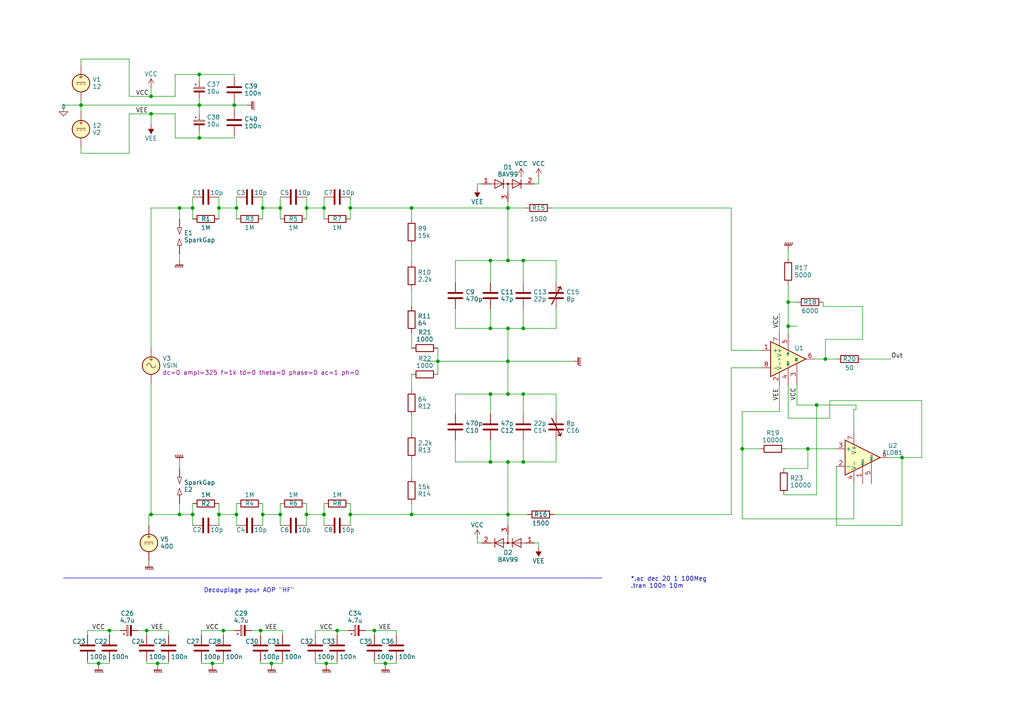
<source format=kicad_sch>
(kicad_sch (version 20230121) (generator eeschema)
  (paper "A4")
  (lib_symbols
    (symbol "Amplifier_Operational:TL081" (pin_names (offset 0.127))
      (property "Reference" "U" (at 0 6.35 0))
      (property "Value" "TL081" (at 0 3.81 0))
      (symbol "TL081_0_1"
        (polyline (pts (xy -5.08 5.08) (xy 5.08 0) (xy -5.08 -5.08) (xy -5.08 5.08)) (stroke (width 0.254)) (fill (type background)))
      )
      (symbol "TL081_1_1"
        (pin input line (at 0 -7.62 90) (length 5.08) (name "NULL") (number "1"))
        (pin input line (at -7.62 -2.54 0) (length 2.54) (name "-") (number "2"))
        (pin input line (at -7.62 2.54 0) (length 2.54) (name "+") (number "3"))
        (pin power_in line (at -2.54 -7.62 90) (length 3.81) (name "V-") (number "4"))
        (pin input line (at 2.54 -7.62 90) (length 6.35) (name "NULL") (number "5"))
        (pin output line (at 7.62 0 180) (length 2.54) (name "~") (number "6"))
        (pin power_in line (at -2.54 7.62 270) (length 3.81) (name "V+") (number "7"))
        (pin no_connect line (at 0 2.54 270) (length 2.54) hide (name "NC") (number "8"))
      )
    )
    (symbol "Device:C" (pin_numbers hide) (pin_names (offset 0.254))
      (property "Reference" "C" (at 0.635 2.54 0))
      (property "Value" "C" (at 0.635 -2.54 0))
      (symbol "C_0_1"
        (polyline (pts (xy -2.032 -0.762) (xy 2.032 -0.762)) (stroke (width 0.508)))
        (polyline (pts (xy -2.032 0.762) (xy 2.032 0.762)) (stroke (width 0.508)))
      )
      (symbol "C_1_1"
        (pin passive line (at 0 3.81 270) (length 2.794) (name "~") (number "1"))
        (pin passive line (at 0 -3.81 90) (length 2.794) (name "~") (number "2"))
      )
    )
    (symbol "Device:C_Polarized_Small" (pin_numbers hide) (pin_names (offset 0.254) hide)
      (property "Reference" "C" (at 0.254 1.778 0))
      (property "Value" "C_Polarized_Small" (at 0.254 -2.032 0))
      (symbol "C_Polarized_Small_0_1"
        (rectangle (start -1.524 -0.3048) (end 1.524 -0.6858) (fill (type outline)))
        (rectangle (start -1.524 0.6858) (end 1.524 0.3048))
        (polyline (pts (xy -1.27 1.524) (xy -0.762 1.524)))
        (polyline (pts (xy -1.016 1.27) (xy -1.016 1.778)))
      )
      (symbol "C_Polarized_Small_1_1"
        (pin passive line (at 0 2.54 270) (length 1.8542) (name "~") (number "1"))
        (pin passive line (at 0 -2.54 90) (length 1.8542) (name "~") (number "2"))
      )
    )
    (symbol "Device:C_Variable" (pin_numbers hide) (pin_names (offset 0.254) hide)
      (property "Reference" "C" (at 0.635 -1.905 0))
      (property "Value" "C_Variable" (at 0.635 -3.81 0))
      (symbol "C_Variable_0_1"
        (polyline (pts (xy -2.032 -0.762) (xy 2.032 -0.762)) (stroke (width 0.508)))
        (polyline (pts (xy -2.032 0.762) (xy 2.032 0.762)) (stroke (width 0.508)))
        (polyline (pts (xy 1.27 2.54) (xy -1.27 -2.54)) (stroke (width 0.3048)))
        (polyline (pts (xy 1.27 2.54) (xy 0.508 2.286)) (stroke (width 0.3048)))
        (polyline (pts (xy 1.27 2.54) (xy 1.524 1.778)) (stroke (width 0.3048)))
      )
      (symbol "C_Variable_1_1"
        (pin passive line (at 0 3.81 270) (length 3.048) (name "~") (number "1"))
        (pin passive line (at 0 -3.81 90) (length 3.048) (name "~") (number "2"))
      )
    )
    (symbol "Device:R" (pin_numbers hide) (pin_names (offset 0))
      (property "Reference" "R" (at 2.032 0 90))
      (property "Value" "R" (at 0 0 90))
      (symbol "R_0_1"
        (rectangle (start -1.016 -2.54) (end 1.016 2.54) (stroke (width 0.254)))
      )
      (symbol "R_1_1"
        (pin passive line (at 0 3.81 270) (length 1.27) (name "~") (number "1"))
        (pin passive line (at 0 -3.81 90) (length 1.27) (name "~") (number "2"))
      )
    )
    (symbol "Device:SparkGap" (pin_numbers hide) (pin_names (offset 0))
      (property "Reference" "E" (at 0 2.032 0))
      (property "Value" "SparkGap" (at 0 -1.905 0))
      (symbol "SparkGap_0_1"
        (polyline (pts (xy -2.54 0.635) (xy -2.54 -0.635) (xy -0.635 0) (xy -2.54 0.635)))
        (polyline (pts (xy 2.54 0.635) (xy 2.54 -0.635) (xy 0.635 0) (xy 2.54 0.635)))
      )
      (symbol "SparkGap_1_1"
        (pin passive line (at -5.08 0 0) (length 2.54) (name "~") (number "1"))
        (pin passive line (at 5.08 0 180) (length 2.54) (name "~") (number "2"))
      )
    )
    (symbol "Diode:BAV99" (pin_names hide)
      (property "Reference" "D" (at 0 5.08 0))
      (property "Value" "BAV99" (at 0 2.54 0))
      (symbol "BAV99_0_1"
        (polyline (pts (xy -5.08 0) (xy 5.08 0)))
      )
      (symbol "BAV99_1_1"
        (polyline (pts (xy 0 0) (xy 0 -2.54)))
        (polyline (pts (xy -1.27 -1.27) (xy -1.27 1.27) (xy -1.27 1.27)) (stroke (width 0.2032)))
        (polyline (pts (xy 3.81 1.27) (xy 3.81 -1.27) (xy 3.81 -1.27)) (stroke (width 0.2032)))
        (polyline (pts (xy -3.81 1.27) (xy -1.27 0) (xy -3.81 -1.27) (xy -3.81 1.27) (xy -3.81 1.27) (xy -3.81 1.27)) (stroke (width 0.2032)))
        (polyline (pts (xy 1.27 1.27) (xy 3.81 0) (xy 1.27 -1.27) (xy 1.27 1.27) (xy 1.27 1.27) (xy 1.27 1.27)) (stroke (width 0.2032)))
        (circle (center 0 0) (radius 0.254) (fill (type outline)))
        (pin passive line (at -7.62 0 0) (length 2.54) (name "K") (number "1"))
        (pin passive line (at 7.62 0 180) (length 2.54) (name "A") (number "2"))
        (pin passive line (at 0 -5.08 90) (length 2.54) (name "K") (number "3"))
      )
    )
    (symbol "Simulation_SPICE:0" (power) (pin_names (offset 0))
      (property "Value" "0" (at 0 -1.778 0))
      (symbol "0_0_1"
        (polyline (pts (xy -1.27 0) (xy 0 -1.27) (xy 1.27 0) (xy -1.27 0)))
      )
      (symbol "0_1_1"
        (pin power_in line (at 0 0 0) (length 0) hide (name "0") (number "1"))
      )
    )
    (symbol "Simulation_SPICE:VDC" (pin_numbers hide) (pin_names (offset 0.0254))
      (property "Reference" "V" (at 2.54 2.54 0))
      (property "Value" "1" (at 2.54 0 0))
      (symbol "VDC_0_0"
        (polyline (pts (xy -1.27 0.254) (xy 1.27 0.254)))
        (polyline (pts (xy -0.762 -0.254) (xy -1.27 -0.254)))
        (polyline (pts (xy 0.254 -0.254) (xy -0.254 -0.254)))
        (polyline (pts (xy 1.27 -0.254) (xy 0.762 -0.254)))
        (text "+" (at 0 1.905 0) (effects (font (size 1.27 1.27))))
      )
      (symbol "VDC_0_1"
        (circle (center 0 0) (radius 2.54) (stroke (width 0.254)) (fill (type background)))
      )
      (symbol "VDC_1_1"
        (pin passive line (at 0 5.08 270) (length 2.54) (name "~") (number "1"))
        (pin passive line (at 0 -5.08 90) (length 2.54) (name "~") (number "2"))
      )
    )
    (symbol "Simulation_SPICE:VSIN" (pin_numbers hide) (pin_names (offset 0.0254))
      (property "Reference" "V" (at 2.54 2.54 0))
      (property "Value" "VSIN" (at 2.54 0 0))
      (property "Sim.Params" "dc=0 ampl=1 f=1k ac=1" (at 2.54 -2.54 0))
      (symbol "VSIN_0_0"
        (arc (start 0 0) (mid -0.635 0.6323) (end -1.27 0))
        (arc (start 0 0) (mid 0.635 -0.6323) (end 1.27 0))
        (text "+" (at 0 1.905 0) (effects (font (size 1.27 1.27))))
      )
      (symbol "VSIN_0_1"
        (circle (center 0 0) (radius 2.54) (stroke (width 0.254)) (fill (type background)))
      )
      (symbol "VSIN_1_1"
        (pin passive line (at 0 5.08 270) (length 2.54) (name "~") (number "1"))
        (pin passive line (at 0 -5.08 90) (length 2.54) (name "~") (number "2"))
      )
    )
    (symbol "Xg_lib_sch_v6:AD8130_29"
      (property "Reference" "U" (at 0 0 0))
      (symbol "AD8130_29_0_1"
        (polyline (pts (xy 7.62 0) (xy -2.54 5.08) (xy -2.54 -5.08) (xy 7.62 0)) (stroke (width 0.254)) (fill (type background)))
      )
      (symbol "AD8130_29_1_1"
        (pin input line (at -5.08 2.54 0) (length 2.54) (name "+") (number "1"))
        (pin power_in line (at 0 -7.62 90) (length 3.81) (name "V-") (number "2"))
        (pin passive line (at 5.08 -7.62 90) (length 6.35) (name "~{PD}") (number "3"))
        (pin passive line (at 2.54 -7.62 90) (length 5.08) (name "REF") (number "4"))
        (pin passive line (at 2.54 7.62 270) (length 5.08) (name "FB") (number "5"))
        (pin output line (at 10.16 0 180) (length 2.54) (name "~") (number "6"))
        (pin power_in line (at 0 7.62 270) (length 3.81) (name "V+") (number "7"))
        (pin input line (at -5.08 -2.54 0) (length 2.54) (name "-") (number "8"))
      )
    )
    (symbol "power:GNDPWR" (power) (pin_names (offset 0))
      (property "Value" "GNDPWR" (at 0 -3.302 0))
      (symbol "GNDPWR_0_1"
        (polyline (pts (xy 0 -1.27) (xy 0 0)))
        (polyline (pts (xy -1.016 -1.27) (xy -1.27 -2.032) (xy -1.27 -2.032)) (stroke (width 0.2032)))
        (polyline (pts (xy -0.508 -1.27) (xy -0.762 -2.032) (xy -0.762 -2.032)) (stroke (width 0.2032)))
        (polyline (pts (xy 0 -1.27) (xy -0.254 -2.032) (xy -0.254 -2.032)) (stroke (width 0.2032)))
        (polyline (pts (xy 0.508 -1.27) (xy 0.254 -2.032) (xy 0.254 -2.032)) (stroke (width 0.2032)))
        (polyline (pts (xy 1.016 -1.27) (xy -1.016 -1.27) (xy -1.016 -1.27)) (stroke (width 0.2032)))
        (polyline (pts (xy 1.016 -1.27) (xy 0.762 -2.032) (xy 0.762 -2.032) (xy 0.762 -2.032)) (stroke (width 0.2032)))
      )
      (symbol "GNDPWR_1_1"
        (pin power_in line (at 0 0 270) (length 0) hide (name "GNDPWR") (number "1"))
      )
    )
    (symbol "power:VCC" (power) (pin_names (offset 0))
      (property "Value" "VCC" (at 0 3.81 0))
      (symbol "VCC_0_1"
        (polyline (pts (xy -0.762 1.27) (xy 0 2.54)))
        (polyline (pts (xy 0 0) (xy 0 2.54)))
        (polyline (pts (xy 0 2.54) (xy 0.762 1.27)))
      )
      (symbol "VCC_1_1"
        (pin power_in line (at 0 0 90) (length 0) hide (name "VCC") (number "1"))
      )
    )
    (symbol "power:VEE" (power) (pin_names (offset 0))
      (property "Value" "VEE" (at 0 3.81 0))
      (symbol "VEE_0_1"
        (polyline (pts (xy 0 0) (xy 0 2.54)))
        (polyline (pts (xy 0.762 1.27) (xy -0.762 1.27) (xy 0 2.54) (xy 0.762 1.27)) (fill (type outline)))
      )
      (symbol "VEE_1_1"
        (pin power_in line (at 0 0 90) (length 0) hide (name "VEE") (number "1"))
      )
    )
  )
  (junction (at 236.855 117.475))
  (junction (at 43.815 33.02))
  (junction (at 261.62 132.715))
  (junction (at 147.32 95.25))
  (junction (at 43.815 149.225))
  (junction (at 151.765 114.3))
  (junction (at 52.07 60.325))
  (junction (at 147.32 60.325))
  (junction (at 67.945 30.48))
  (junction (at 78.74 192.405))
  (junction (at 63.5 149.225))
  (junction (at 68.58 149.225))
  (junction (at 76.2 149.225))
  (junction (at 93.98 149.225))
  (junction (at 147.32 149.225))
  (junction (at 94.615 192.405))
  (junction (at 119.38 60.325))
  (junction (at 228.6 87.63))
  (junction (at 88.9 149.225))
  (junction (at 147.32 114.3))
  (junction (at 111.76 192.405))
  (junction (at 23.495 30.48))
  (junction (at 55.88 149.225))
  (junction (at 142.24 95.25))
  (junction (at 61.595 192.405))
  (junction (at 57.785 21.59))
  (junction (at 101.6 60.325))
  (junction (at 76.2 60.325))
  (junction (at 142.24 75.565))
  (junction (at 63.5 60.325))
  (junction (at 31.75 182.88))
  (junction (at 55.88 60.325))
  (junction (at 57.785 30.48))
  (junction (at 57.785 40.005))
  (junction (at 127 104.775))
  (junction (at 234.315 130.175))
  (junction (at 142.24 133.985))
  (junction (at 52.07 149.225))
  (junction (at 93.98 60.325))
  (junction (at 151.765 75.565))
  (junction (at 45.72 192.405))
  (junction (at 147.32 75.565))
  (junction (at 81.28 60.325))
  (junction (at 151.765 133.985))
  (junction (at 64.77 182.88))
  (junction (at 147.32 104.775))
  (junction (at 151.765 95.25))
  (junction (at 42.545 182.88))
  (junction (at 228.6 94.615))
  (junction (at 239.395 104.14))
  (junction (at 75.565 182.88))
  (junction (at 147.32 133.985))
  (junction (at 28.575 192.405))
  (junction (at 101.6 149.225))
  (junction (at 68.58 60.325))
  (junction (at 43.815 27.94))
  (junction (at 215.265 130.175))
  (junction (at 97.79 182.88))
  (junction (at 81.28 149.225))
  (junction (at 108.585 182.88))
  (junction (at 88.9 60.325))
  (junction (at 142.24 114.3))
  (junction (at 119.38 149.225))
  (wire (pts (xy 132.08 75.565) (xy 142.24 75.565)))
  (wire (pts (xy 228.6 87.63) (xy 231.14 87.63)))
  (wire (pts (xy 234.315 135.89) (xy 234.315 130.175)))
  (wire (pts (xy 43.815 33.02) (xy 43.815 36.195)))
  (wire (pts (xy 48.895 191.77) (xy 48.895 192.405)))
  (wire (pts (xy 132.08 114.3) (xy 142.24 114.3)))
  (wire (pts (xy 215.265 130.175) (xy 215.265 119.38)))
  (wire (pts (xy 215.265 150.495) (xy 247.65 150.495)))
  (wire (pts (xy 68.58 57.15) (xy 68.58 60.325)))
  (wire (pts (xy 247.65 118.745) (xy 248.285 118.745)))
  (wire (pts (xy 81.28 60.325) (xy 81.28 63.5)))
  (wire (pts (xy 52.07 135.89) (xy 52.07 133.985)))
  (wire (pts (xy 151.765 75.565) (xy 161.29 75.565)))
  (wire (pts (xy 228.6 111.76) (xy 228.6 121.285)))
  (wire (pts (xy 28.575 192.405) (xy 25.4 192.405)))
  (wire (pts (xy 240.665 121.285) (xy 240.665 116.205)))
  (wire (pts (xy 228.6 94.615) (xy 231.14 94.615)))
  (wire (pts (xy 151.765 114.3) (xy 161.29 114.3)))
  (wire (pts (xy 212.09 101.6) (xy 220.98 101.6)))
  (wire (pts (xy 119.38 60.325) (xy 147.32 60.325)))
  (wire (pts (xy 97.79 182.88) (xy 97.79 184.15)))
  (wire (pts (xy 212.09 106.68) (xy 212.09 149.225)))
  (wire (pts (xy 250.19 98.425) (xy 239.395 98.425)))
  (wire (pts (xy 42.545 192.405) (xy 45.72 192.405)))
  (wire (pts (xy 42.545 184.15) (xy 42.545 182.88)))
  (wire (pts (xy 101.6 57.15) (xy 101.6 60.325)))
  (wire (pts (xy 119.38 108.585) (xy 119.38 113.03)))
  (wire (pts (xy 119.38 63.5) (xy 119.38 60.325)))
  (wire (pts (xy 238.76 87.63) (xy 238.76 88.9)))
  (wire (pts (xy 240.665 116.205) (xy 267.335 116.205)))
  (wire (pts (xy 58.42 182.88) (xy 64.77 182.88)))
  (wire (pts (xy 156.21 157.48) (xy 156.21 158.75)))
  (wire (pts (xy 108.585 191.77) (xy 108.585 192.405)))
  (wire (pts (xy 52.07 60.325) (xy 55.88 60.325)))
  (wire (pts (xy 61.595 192.405) (xy 61.595 193.04)))
  (wire (pts (xy 48.895 182.88) (xy 48.895 184.15)))
  (wire (pts (xy 147.32 104.775) (xy 147.32 114.3)))
  (wire (pts (xy 154.94 53.34) (xy 156.21 53.34)))
  (wire (pts (xy 127 104.775) (xy 127 108.585)))
  (wire (pts (xy 91.44 184.15) (xy 91.44 182.88)))
  (wire (pts (xy 151.765 75.565) (xy 151.765 81.915)))
  (wire (pts (xy 23.495 17.145) (xy 37.465 17.145)))
  (wire (pts (xy 132.08 133.985) (xy 142.24 133.985)))
  (wire (pts (xy 52.07 149.225) (xy 52.07 146.05)))
  (wire (pts (xy 25.4 182.88) (xy 31.75 182.88)))
  (wire (pts (xy 228.6 72.39) (xy 228.6 74.93)))
  (wire (pts (xy 147.32 149.225) (xy 147.32 152.4)))
  (wire (pts (xy 97.79 182.88) (xy 100.965 182.88)))
  (wire (pts (xy 43.815 111.125) (xy 43.815 149.225)))
  (wire (pts (xy 91.44 182.88) (xy 97.79 182.88)))
  (wire (pts (xy 151.765 89.535) (xy 151.765 95.25)))
  (wire (pts (xy 58.42 192.405) (xy 58.42 191.77)))
  (wire (pts (xy 227.33 135.89) (xy 234.315 135.89)))
  (wire (pts (xy 28.575 192.405) (xy 28.575 193.04)))
  (wire (pts (xy 37.465 33.02) (xy 43.815 33.02)))
  (wire (pts (xy 18.415 30.48) (xy 18.415 32.385)))
  (wire (pts (xy 119.38 125.73) (xy 119.38 120.65)))
  (wire (pts (xy 50.8 33.02) (xy 50.8 40.005)))
  (wire (pts (xy 97.79 192.405) (xy 94.615 192.405)))
  (wire (pts (xy 31.75 192.405) (xy 28.575 192.405)))
  (wire (pts (xy 64.77 192.405) (xy 61.595 192.405)))
  (wire (pts (xy 45.72 192.405) (xy 45.72 193.04)))
  (wire (pts (xy 68.58 149.225) (xy 68.58 146.05)))
  (wire (pts (xy 151.765 133.985) (xy 151.765 127.635)))
  (wire (pts (xy 227.965 130.175) (xy 234.315 130.175)))
  (wire (pts (xy 76.2 152.4) (xy 76.2 149.225)))
  (wire (pts (xy 147.32 95.25) (xy 147.32 104.775)))
  (wire (pts (xy 147.32 114.3) (xy 151.765 114.3)))
  (wire (pts (xy 231.14 111.76) (xy 231.14 117.475)))
  (wire (pts (xy 267.335 116.205) (xy 267.335 132.715)))
  (wire (pts (xy 215.265 150.495) (xy 215.265 130.175)))
  (wire (pts (xy 37.465 17.145) (xy 37.465 27.94)))
  (wire (pts (xy 236.22 104.14) (xy 239.395 104.14)))
  (wire (pts (xy 75.565 182.88) (xy 81.915 182.88)))
  (wire (pts (xy 55.88 152.4) (xy 55.88 149.225)))
  (wire (pts (xy 76.2 60.325) (xy 76.2 63.5)))
  (wire (pts (xy 81.915 191.77) (xy 81.915 192.405)))
  (wire (pts (xy 43.18 163.195) (xy 43.18 162.56)))
  (wire (pts (xy 212.09 60.325) (xy 212.09 101.6)))
  (wire (pts (xy 23.495 29.21) (xy 23.495 30.48)))
  (wire (pts (xy 57.785 21.59) (xy 57.785 23.495)))
  (wire (pts (xy 138.43 156.21) (xy 138.43 157.48)))
  (wire (pts (xy 147.32 133.985) (xy 147.32 149.225)))
  (wire (pts (xy 101.6 60.325) (xy 119.38 60.325)))
  (wire (pts (xy 108.585 182.88) (xy 114.935 182.88)))
  (wire (pts (xy 236.855 117.475) (xy 248.285 117.475)))
  (wire (pts (xy 236.855 143.51) (xy 236.855 117.475)))
  (wire (pts (xy 160.02 60.325) (xy 212.09 60.325)))
  (wire (pts (xy 132.08 120.015) (xy 132.08 114.3)))
  (wire (pts (xy 67.945 30.48) (xy 67.945 31.75)))
  (wire (pts (xy 57.785 40.005) (xy 67.945 40.005)))
  (wire (pts (xy 267.335 132.715) (xy 261.62 132.715)))
  (wire (pts (xy 215.265 119.38) (xy 226.06 119.38)))
  (wire (pts (xy 75.565 191.77) (xy 75.565 192.405)))
  (wire (pts (xy 101.6 152.4) (xy 101.6 149.225)))
  (wire (pts (xy 147.32 60.325) (xy 152.4 60.325)))
  (wire (pts (xy 25.4 192.405) (xy 25.4 191.77)))
  (wire (pts (xy 215.265 130.175) (xy 220.345 130.175)))
  (wire (pts (xy 76.2 60.325) (xy 81.28 60.325)))
  (wire (pts (xy 40.005 182.88) (xy 42.545 182.88)))
  (wire (pts (xy 106.045 182.88) (xy 108.585 182.88)))
  (wire (pts (xy 139.7 53.34) (xy 138.43 53.34)))
  (wire (pts (xy 43.18 149.225) (xy 43.815 149.225)))
  (wire (pts (xy 57.785 30.48) (xy 57.785 33.02)))
  (wire (pts (xy 91.44 192.405) (xy 91.44 191.77)))
  (wire (pts (xy 63.5 60.325) (xy 68.58 60.325)))
  (wire (pts (xy 50.8 40.005) (xy 57.785 40.005)))
  (wire (pts (xy 81.28 57.15) (xy 81.28 60.325)))
  (wire (pts (xy 64.77 191.77) (xy 64.77 192.405)))
  (wire (pts (xy 68.58 152.4) (xy 68.58 149.225)))
  (wire (pts (xy 63.5 60.325) (xy 63.5 63.5)))
  (wire (pts (xy 238.76 88.9) (xy 250.19 88.9)))
  (wire (pts (xy 94.615 192.405) (xy 94.615 193.04)))
  (wire (pts (xy 147.32 133.985) (xy 151.765 133.985)))
  (wire (pts (xy 57.785 38.1) (xy 57.785 40.005)))
  (wire (pts (xy 142.24 75.565) (xy 142.24 81.915)))
  (wire (pts (xy 23.495 19.05) (xy 23.495 17.145)))
  (wire (pts (xy 93.98 149.225) (xy 93.98 146.05)))
  (wire (pts (xy 161.29 114.3) (xy 161.29 120.015)))
  (wire (pts (xy 37.465 44.45) (xy 23.495 44.45)))
  (wire (pts (xy 23.495 44.45) (xy 23.495 42.545)))
  (wire (pts (xy 147.32 104.775) (xy 166.37 104.775)))
  (wire (pts (xy 23.495 30.48) (xy 57.785 30.48)))
  (wire (pts (xy 55.88 57.15) (xy 55.88 60.325)))
  (wire (pts (xy 161.29 133.985) (xy 161.29 127.635)))
  (wire (pts (xy 93.98 57.15) (xy 93.98 60.325)))
  (wire (pts (xy 228.6 82.55) (xy 228.6 87.63)))
  (wire (pts (xy 67.945 40.005) (xy 67.945 39.37)))
  (wire (pts (xy 147.32 60.325) (xy 147.32 75.565)))
  (wire (pts (xy 45.72 192.405) (xy 48.895 192.405)))
  (wire (pts (xy 119.38 149.225) (xy 147.32 149.225)))
  (wire (pts (xy 132.08 95.25) (xy 142.24 95.25)))
  (wire (pts (xy 63.5 57.15) (xy 63.5 60.325)))
  (wire (pts (xy 127 104.775) (xy 147.32 104.775)))
  (wire (pts (xy 67.945 21.59) (xy 67.945 22.225)))
  (wire (pts (xy 93.98 60.325) (xy 93.98 63.5)))
  (wire (pts (xy 151.765 95.25) (xy 161.29 95.25)))
  (wire (pts (xy 151.765 120.015) (xy 151.765 114.3)))
  (wire (pts (xy 43.18 152.4) (xy 43.18 149.225)))
  (wire (pts (xy 127 100.965) (xy 127 104.775)))
  (wire (pts (xy 18.415 30.48) (xy 23.495 30.48)))
  (wire (pts (xy 132.08 127.635) (xy 132.08 133.985)))
  (wire (pts (xy 101.6 60.325) (xy 101.6 63.5)))
  (wire (pts (xy 101.6 149.225) (xy 101.6 146.05)))
  (wire (pts (xy 43.815 100.965) (xy 43.815 60.325)))
  (wire (pts (xy 76.2 149.225) (xy 76.2 146.05)))
  (wire (pts (xy 31.75 191.77) (xy 31.75 192.405)))
  (wire (pts (xy 153.035 149.225) (xy 147.32 149.225)))
  (wire (pts (xy 63.5 152.4) (xy 63.5 149.225)))
  (wire (pts (xy 37.465 27.94) (xy 43.815 27.94)))
  (wire (pts (xy 231.14 117.475) (xy 236.855 117.475)))
  (wire (pts (xy 108.585 192.405) (xy 111.76 192.405)))
  (wire (pts (xy 234.315 130.175) (xy 242.57 130.175)))
  (wire (pts (xy 64.77 182.88) (xy 64.77 184.15)))
  (wire (pts (xy 57.785 30.48) (xy 67.945 30.48)))
  (wire (pts (xy 52.07 73.66) (xy 52.07 75.565)))
  (wire (pts (xy 75.565 184.15) (xy 75.565 182.88)))
  (wire (pts (xy 88.9 149.225) (xy 93.98 149.225)))
  (wire (pts (xy 43.815 149.225) (xy 52.07 149.225)))
  (wire (pts (xy 52.07 60.325) (xy 52.07 63.5)))
  (wire (pts (xy 132.08 81.915) (xy 132.08 75.565)))
  (wire (pts (xy 31.75 182.88) (xy 31.75 184.15)))
  (wire (pts (xy 147.32 75.565) (xy 151.765 75.565)))
  (wire (pts (xy 228.6 87.63) (xy 228.6 94.615)))
  (wire (pts (xy 43.815 25.4) (xy 43.815 27.94)))
  (wire (pts (xy 226.06 90.805) (xy 226.06 96.52)))
  (wire (pts (xy 151.765 133.985) (xy 161.29 133.985)))
  (wire (pts (xy 220.98 106.68) (xy 212.09 106.68)))
  (wire (pts (xy 88.9 57.15) (xy 88.9 60.325)))
  (wire (pts (xy 81.28 152.4) (xy 81.28 149.225)))
  (wire (pts (xy 64.77 182.88) (xy 67.945 182.88)))
  (wire (pts (xy 142.24 95.25) (xy 147.32 95.25)))
  (wire (pts (xy 88.9 60.325) (xy 93.98 60.325)))
  (wire (pts (xy 248.285 117.475) (xy 248.285 118.745)))
  (wire (pts (xy 142.24 114.3) (xy 147.32 114.3)))
  (wire (pts (xy 63.5 149.225) (xy 68.58 149.225)))
  (wire (pts (xy 23.495 30.48) (xy 23.495 32.385)))
  (wire (pts (xy 142.24 89.535) (xy 142.24 95.25)))
  (wire (pts (xy 52.07 149.225) (xy 55.88 149.225)))
  (wire (pts (xy 73.025 182.88) (xy 75.565 182.88)))
  (wire (pts (xy 250.19 104.14) (xy 258.445 104.14)))
  (wire (pts (xy 76.2 149.225) (xy 81.28 149.225)))
  (wire (pts (xy 138.43 157.48) (xy 139.7 157.48)))
  (wire (pts (xy 75.565 192.405) (xy 78.74 192.405)))
  (wire (pts (xy 228.6 94.615) (xy 228.6 96.52)))
  (wire (pts (xy 227.33 143.51) (xy 236.855 143.51)))
  (wire (pts (xy 101.6 149.225) (xy 119.38 149.225)))
  (wire (pts (xy 50.8 27.94) (xy 50.8 21.59)))
  (wire (pts (xy 247.65 140.335) (xy 247.65 150.495)))
  (wire (pts (xy 119.38 83.82) (xy 119.38 88.9)))
  (wire (pts (xy 114.935 182.88) (xy 114.935 184.15)))
  (wire (pts (xy 228.6 121.285) (xy 240.665 121.285)))
  (wire (pts (xy 43.815 33.02) (xy 50.8 33.02)))
  (wire (pts (xy 57.785 21.59) (xy 67.945 21.59)))
  (wire (pts (xy 43.815 27.94) (xy 50.8 27.94)))
  (wire (pts (xy 55.88 60.325) (xy 55.88 63.5)))
  (wire (pts (xy 142.24 75.565) (xy 147.32 75.565)))
  (wire (pts (xy 67.945 30.48) (xy 71.755 30.48)))
  (wire (pts (xy 123.19 104.775) (xy 127 104.775)))
  (wire (pts (xy 78.74 192.405) (xy 81.915 192.405)))
  (wire (pts (xy 142.24 133.985) (xy 147.32 133.985)))
  (wire (pts (xy 37.465 33.02) (xy 37.465 44.45)))
  (wire (pts (xy 161.29 95.25) (xy 161.29 89.535)))
  (wire (pts (xy 78.74 192.405) (xy 78.74 193.04)))
  (wire (pts (xy 25.4 184.15) (xy 25.4 182.88)))
  (wire (pts (xy 111.76 192.405) (xy 114.935 192.405)))
  (wire (pts (xy 31.75 182.88) (xy 34.925 182.88)))
  (wire (pts (xy 226.06 111.76) (xy 226.06 119.38)))
  (wire (pts (xy 242.57 135.255) (xy 242.57 152.4)))
  (wire (pts (xy 242.57 152.4) (xy 261.62 152.4)))
  (wire (pts (xy 93.98 152.4) (xy 93.98 149.225)))
  (wire (pts (xy 42.545 191.77) (xy 42.545 192.405)))
  (wire (pts (xy 142.24 133.985) (xy 142.24 127.635)))
  (wire (pts (xy 239.395 104.14) (xy 242.57 104.14)))
  (wire (pts (xy 132.08 89.535) (xy 132.08 95.25)))
  (wire (pts (xy 88.9 152.4) (xy 88.9 149.225)))
  (wire (pts (xy 119.38 96.52) (xy 119.38 100.965)))
  (wire (pts (xy 111.76 192.405) (xy 111.76 193.04)))
  (wire (pts (xy 81.915 182.88) (xy 81.915 184.15)))
  (wire (pts (xy 94.615 192.405) (xy 91.44 192.405)))
  (wire (pts (xy 138.43 53.34) (xy 138.43 54.61)))
  (polyline (pts (xy 18.415 167.64) (xy 174.625 167.64)))
  (wire (pts (xy 147.32 95.25) (xy 151.765 95.25)))
  (wire (pts (xy 43.815 60.325) (xy 52.07 60.325)))
  (wire (pts (xy 67.945 29.845) (xy 67.945 30.48)))
  (wire (pts (xy 42.545 182.88) (xy 48.895 182.88)))
  (wire (pts (xy 114.935 191.77) (xy 114.935 192.405)))
  (wire (pts (xy 142.24 120.015) (xy 142.24 114.3)))
  (wire (pts (xy 156.21 51.435) (xy 156.21 53.34)))
  (wire (pts (xy 63.5 149.225) (xy 63.5 146.05)))
  (wire (pts (xy 55.88 149.225) (xy 55.88 146.05)))
  (wire (pts (xy 58.42 184.15) (xy 58.42 182.88)))
  (wire (pts (xy 88.9 149.225) (xy 88.9 146.05)))
  (wire (pts (xy 161.29 75.565) (xy 161.29 81.915)))
  (wire (pts (xy 68.58 60.325) (xy 68.58 63.5)))
  (wire (pts (xy 119.38 146.05) (xy 119.38 149.225)))
  (wire (pts (xy 247.65 125.095) (xy 247.65 118.745)))
  (wire (pts (xy 154.94 157.48) (xy 156.21 157.48)))
  (wire (pts (xy 160.655 149.225) (xy 212.09 149.225)))
  (wire (pts (xy 261.62 152.4) (xy 261.62 132.715)))
  (wire (pts (xy 57.785 28.575) (xy 57.785 30.48)))
  (wire (pts (xy 250.19 88.9) (xy 250.19 98.425)))
  (wire (pts (xy 50.8 21.59) (xy 57.785 21.59)))
  (wire (pts (xy 147.32 58.42) (xy 147.32 60.325)))
  (wire (pts (xy 239.395 98.425) (xy 239.395 104.14)))
  (wire (pts (xy 119.38 71.12) (xy 119.38 76.2)))
  (wire (pts (xy 61.595 192.405) (xy 58.42 192.405)))
  (wire (pts (xy 119.38 138.43) (xy 119.38 133.35)))
  (wire (pts (xy 81.28 149.225) (xy 81.28 146.05)))
  (wire (pts (xy 261.62 132.715) (xy 257.81 132.715)))
  (wire (pts (xy 76.2 57.15) (xy 76.2 60.325)))
  (wire (pts (xy 97.79 191.77) (xy 97.79 192.405)))
  (wire (pts (xy 88.9 60.325) (xy 88.9 63.5)))
  (wire (pts (xy 108.585 184.15) (xy 108.585 182.88)))
  (text "Decouplage pour AOP \"HF\"" (at 59.055 172.085 0) (effects (font (size 1.27 1.27)) (justify left bottom)))
  (text "*.ac dec 20 1 100Meg\n.tran 100n 10m" (at 182.88 170.815 0) (effects (font (size 1.27 1.27)) (justify left bottom)))
  (label "VCC" (at 26.67 182.88 0))
  (label "Out" (at 258.445 104.14 0))
  (label "VEE" (at 39.37 33.02 0))
  (label "VCC" (at 39.37 27.94 0))
  (label "VEE" (at 226.06 116.205 90))
  (label "VEE" (at 76.835 182.88 0))
  (label "VCC" (at 59.69 182.88 0))
  (label "VCC" (at 231.14 116.205 90))
  (label "VCC" (at 226.06 95.25 90))
  (label "VCC" (at 92.71 182.88 0))
  (label "VEE" (at 43.815 182.88 0))
  (label "VEE" (at 109.855 182.88 0))
  (symbol (lib_id "Device:C") (at 85.09 152.4 90) (mirror x) (unit 1)
    (property "Reference" "C6" (at 82.55 153.67 90))
    (property "Value" "10p" (at 88.265 153.67 90))
    (property "Footprint" "Capacitor_THT:C_Disc_D7.5mm_W5.0mm_P10.00mm" (effects hide))
  )
  (symbol (lib_id "Diode:BAV99") (at 147.32 53.34 0) (unit 1)
    (property "Reference" "D1" (at 147.32 48.5154 0))
    (property "Value" "BAV99" (at 147.32 50.5634 0))
    (property "Footprint" "Package_TO_SOT_SMD:SOT-23" (effects hide))
    (property "Datasheet" "https://assets.nexperia.com/documents/data-sheet/BAV99_SER.pdf" (effects hide))
    (property "Sim.Enable" "0" (effects hide))
  )
  (symbol (lib_id "Device:C") (at 91.44 187.96 0) (unit 1)
    (property "Reference" "C32" (at 86.995 186.055 0) (effects (justify left)))
    (property "Value" "100p" (at 92.075 190.5 0) (effects (justify left)))
  )
  (symbol (lib_id "Device:R") (at 59.69 146.05 90) (mirror x) (unit 1)
    (property "Reference" "R2" (at 59.69 146.05 90))
    (property "Value" "1M" (at 59.69 143.51 90))
    (property "Footprint" "Resistor_THT:R_Axial_DIN0207_L6.3mm_D2.5mm_P10.16mm_Horizontal" (effects hide))
  )
  (symbol (lib_id "Device:C") (at 31.75 187.96 0) (unit 1)
    (property "Reference" "C22" (at 27.305 186.055 0) (effects (justify left)))
    (property "Value" "100n" (at 32.385 190.5 0) (effects (justify left)))
  )
  (symbol (lib_id "Device:C") (at 25.4 187.96 0) (unit 1)
    (property "Reference" "C23" (at 20.955 186.055 0) (effects (justify left)))
    (property "Value" "100p" (at 26.035 190.5 0) (effects (justify left)))
  )
  (symbol (lib_id "power:GNDPWR") (at 45.72 193.04 0) (mirror y) (unit 1)
    (property "Reference" "#PWR014" (effects hide))
    (property "Value" "GNDPWR" (effects hide))
  )
  (symbol (lib_id "Device:C_Polarized_Small") (at 37.465 182.88 90) (unit 1)
    (property "Reference" "C26" (at 36.9189 177.903 90))
    (property "Value" "4.7u" (at 36.9189 179.951 90))
  )
  (symbol (lib_id "Device:C") (at 108.585 187.96 0) (unit 1)
    (property "Reference" "C35" (at 104.14 186.055 0) (effects (justify left)))
    (property "Value" "100p" (at 109.22 190.5 0) (effects (justify left)))
  )
  (symbol (lib_id "Device:C") (at 72.39 152.4 90) (mirror x) (unit 1)
    (property "Reference" "C4" (at 69.85 153.67 90))
    (property "Value" "10p" (at 75.565 153.67 90))
    (property "Footprint" "Capacitor_THT:C_Disc_D7.5mm_W5.0mm_P10.00mm" (effects hide))
  )
  (symbol (lib_id "Device:R") (at 72.39 63.5 90) (unit 1)
    (property "Reference" "R3" (at 72.39 63.5 90))
    (property "Value" "1M" (at 72.39 66.04 90))
    (property "Footprint" "Resistor_THT:R_Axial_DIN0207_L6.3mm_D2.5mm_P10.16mm_Horizontal" (effects hide))
  )
  (symbol (lib_id "Device:R") (at 85.09 63.5 90) (unit 1)
    (property "Reference" "R5" (at 85.09 63.5 90))
    (property "Value" "1M" (at 85.09 66.04 90))
    (property "Footprint" "Resistor_THT:R_Axial_DIN0207_L6.3mm_D2.5mm_P10.16mm_Horizontal" (effects hide))
  )
  (symbol (lib_id "Device:R") (at 246.38 104.14 90) (unit 1)
    (property "Reference" "R20" (at 246.38 104.14 90))
    (property "Value" "50" (at 246.38 106.68 90))
    (property "Footprint" "Resistor_THT:R_Axial_DIN0207_L6.3mm_D2.5mm_P10.16mm_Horizontal" (effects hide))
  )
  (symbol (lib_id "Device:C_Polarized_Small") (at 57.785 35.56 0) (unit 1)
    (property "Reference" "C38" (at 59.944 33.9899 0) (effects (justify left)))
    (property "Value" "10u" (at 59.944 36.0379 0) (effects (justify left)))
  )
  (symbol (lib_id "Device:R") (at 228.6 78.74 0) (unit 1)
    (property "Reference" "R17" (at 230.378 77.716 0) (effects (justify left)))
    (property "Value" "5000" (at 230.378 79.764 0) (effects (justify left)))
    (property "Footprint" "Resistor_THT:R_Axial_DIN0207_L6.3mm_D2.5mm_P10.16mm_Horizontal" (effects hide))
  )
  (symbol (lib_id "Simulation_SPICE:0") (at 18.415 32.385 0) (unit 1)
    (property "Reference" "#GND01" (effects hide))
    (property "Value" "0" (at 18.415 30.98 0))
  )
  (symbol (lib_id "Device:SparkGap") (at 52.07 140.97 90) (mirror x) (unit 1)
    (property "Reference" "E2" (at 53.34 141.994 90) (effects (justify right)))
    (property "Value" "SparkGap" (at 53.34 139.946 90) (effects (justify right)))
    (property "Footprint" "Xg_lib_pcb:Spark_gap_1200" (effects hide))
    (property "Sim.Enable" "0" (effects hide))
  )
  (symbol (lib_id "Device:C") (at 48.895 187.96 0) (unit 1)
    (property "Reference" "C25" (at 44.45 186.055 0) (effects (justify left)))
    (property "Value" "100n" (at 49.53 190.5 0) (effects (justify left)))
  )
  (symbol (lib_id "Simulation_SPICE:VDC") (at 23.495 37.465 0) (mirror y) (unit 1)
    (property "Reference" "V2" (at 26.797 38.4533 0) (effects (justify right)))
    (property "Value" "12" (at 26.797 36.4053 0) (effects (justify right)))
    (property "Sim.Pins" "1=+ 2=-" (effects hide))
    (property "Sim.Type" "DC" (effects hide))
    (property "Sim.Device" "V" (effects hide))
  )
  (symbol (lib_id "power:GNDPWR") (at 111.76 193.04 0) (mirror y) (unit 1)
    (property "Reference" "#PWR018" (effects hide))
    (property "Value" "GNDPWR" (effects hide))
  )
  (symbol (lib_id "Device:C") (at 151.765 123.825 0) (mirror x) (unit 1)
    (property "Reference" "C14" (at 154.686 124.849 0) (effects (justify left)))
    (property "Value" "22p" (at 154.686 122.801 0) (effects (justify left)))
    (property "Footprint" "Capacitor_THT:C_Disc_D7.5mm_W5.0mm_P10.00mm" (effects hide))
  )
  (symbol (lib_id "Device:C") (at 142.24 85.725 0) (unit 1)
    (property "Reference" "C11" (at 145.161 84.701 0) (effects (justify left)))
    (property "Value" "47p" (at 145.161 86.749 0) (effects (justify left)))
    (property "Footprint" "Capacitor_THT:C_Disc_D7.5mm_W5.0mm_P10.00mm" (effects hide))
  )
  (symbol (lib_id "Device:C") (at 85.09 57.15 90) (unit 1)
    (property "Reference" "C5" (at 82.55 55.88 90))
    (property "Value" "10p" (at 88.265 55.88 90))
    (property "Footprint" "Capacitor_THT:C_Disc_D7.5mm_W5.0mm_P10.00mm" (effects hide))
  )
  (symbol (lib_id "Device:C") (at 72.39 57.15 90) (unit 1)
    (property "Reference" "C3" (at 69.85 55.88 90))
    (property "Value" "10p" (at 75.565 55.88 90))
    (property "Footprint" "Capacitor_THT:C_Disc_D7.5mm_W5.0mm_P10.00mm" (effects hide))
  )
  (symbol (lib_id "Simulation_SPICE:VDC") (at 43.18 157.48 0) (unit 1)
    (property "Reference" "V5" (at 46.482 156.4202 0) (effects (justify left)))
    (property "Value" "400" (at 46.482 158.4682 0) (effects (justify left)))
    (property "Sim.Pins" "1=+ 2=-" (effects hide))
    (property "Sim.Type" "SIN" (effects hide))
    (property "Sim.Device" "V" (effects hide))
    (property "Sim.Params" "dc=200 ampl=0 f=1000" (effects hide))
  )
  (symbol (lib_id "Device:C") (at 64.77 187.96 0) (unit 1)
    (property "Reference" "C28" (at 60.325 186.055 0) (effects (justify left)))
    (property "Value" "100n" (at 65.405 190.5 0) (effects (justify left)))
  )
  (symbol (lib_id "Device:R") (at 97.79 146.05 90) (mirror x) (unit 1)
    (property "Reference" "R8" (at 97.79 146.05 90))
    (property "Value" "1M" (at 97.79 143.51 90))
    (property "Footprint" "Resistor_THT:R_Axial_DIN0207_L6.3mm_D2.5mm_P10.16mm_Horizontal" (effects hide))
  )
  (symbol (lib_id "Amplifier_Operational:TL081") (at 250.19 132.715 0) (unit 1)
    (property "Reference" "U2" (at 258.9156 129.2621 0))
    (property "Value" "TL081" (at 258.9156 131.3101 0))
    (property "Datasheet" "http://www.ti.com/lit/ds/symlink/tl081.pdf" (effects hide))
    (property "Sim.Library" "/home/xgaltier/CAO/Spice/TL081.spice" (effects hide))
    (property "Sim.Name" "TL081" (effects hide))
    (property "Sim.Device" "SUBCKT" (effects hide))
    (property "Sim.Pins" "2=2 3=1 4=4 6=5 7=3" (effects hide))
  )
  (symbol (lib_id "Device:R") (at 224.155 130.175 90) (unit 1)
    (property "Reference" "R19" (at 224.155 125.579 90))
    (property "Value" "10000" (at 224.155 127.627 90))
  )
  (symbol (lib_id "Device:C") (at 59.69 152.4 90) (mirror x) (unit 1)
    (property "Reference" "C2" (at 57.15 153.67 90))
    (property "Value" "10p" (at 62.865 153.67 90))
    (property "Footprint" "Capacitor_THT:C_Disc_D7.5mm_W5.0mm_P10.00mm" (effects hide))
  )
  (symbol (lib_id "Device:R") (at 119.38 92.71 0) (unit 1)
    (property "Reference" "R11" (at 121.158 91.686 0) (effects (justify left)))
    (property "Value" "64" (at 121.158 93.734 0) (effects (justify left)))
    (property "Footprint" "Resistor_THT:R_Axial_DIN0207_L6.3mm_D2.5mm_P10.16mm_Horizontal" (effects hide))
  )
  (symbol (lib_id "Device:C") (at 59.69 57.15 90) (unit 1)
    (property "Reference" "C1" (at 57.15 55.88 90))
    (property "Value" "10p" (at 62.865 55.88 90))
    (property "Footprint" "Capacitor_THT:C_Disc_D7.5mm_W5.0mm_P10.00mm" (effects hide))
  )
  (symbol (lib_id "Device:C") (at 142.24 123.825 0) (mirror x) (unit 1)
    (property "Reference" "C12" (at 145.161 124.849 0) (effects (justify left)))
    (property "Value" "47p" (at 145.161 122.801 0) (effects (justify left)))
    (property "Footprint" "Capacitor_THT:C_Disc_D7.5mm_W5.0mm_P10.00mm" (effects hide))
  )
  (symbol (lib_id "Device:SparkGap") (at 52.07 68.58 90) (unit 1)
    (property "Reference" "E1" (at 53.34 67.556 90) (effects (justify right)))
    (property "Value" "SparkGap" (at 53.34 69.604 90) (effects (justify right)))
    (property "Footprint" "Xg_lib_pcb:Spark_gap_1200" (effects hide))
    (property "Sim.Enable" "0" (effects hide))
  )
  (symbol (lib_id "power:GNDPWR") (at 52.07 75.565 0) (unit 1)
    (property "Reference" "#PWR01" (effects hide))
    (property "Value" "GNDPWR" (effects hide))
  )
  (symbol (lib_id "Device:C_Variable") (at 161.29 123.825 0) (mirror x) (unit 1)
    (property "Reference" "C16" (at 164.211 124.849 0) (effects (justify left)))
    (property "Value" "8p" (at 164.211 122.801 0) (effects (justify left)))
    (property "Footprint" "Potentiometer_THT:Potentiometer_ACP_CA9-H2,5_Horizontal" (effects hide))
  )
  (symbol (lib_id "power:GNDPWR") (at 78.74 193.04 0) (mirror y) (unit 1)
    (property "Reference" "#PWR016" (effects hide))
    (property "Value" "GNDPWR" (effects hide))
  )
  (symbol (lib_id "Simulation_SPICE:VDC") (at 23.495 24.13 0) (unit 1)
    (property "Reference" "V1" (at 26.797 23.0702 0) (effects (justify left)))
    (property "Value" "12" (at 26.797 25.1182 0) (effects (justify left)))
    (property "Sim.Pins" "1=+ 2=-" (effects hide))
    (property "Sim.Type" "DC" (effects hide))
    (property "Sim.Device" "V" (effects hide))
  )
  (symbol (lib_id "Device:C_Polarized_Small") (at 103.505 182.88 90) (unit 1)
    (property "Reference" "C34" (at 102.9589 177.903 90))
    (property "Value" "4.7u" (at 102.9589 179.951 90))
  )
  (symbol (lib_id "Device:C") (at 132.08 85.725 0) (unit 1)
    (property "Reference" "C9" (at 135.001 84.701 0) (effects (justify left)))
    (property "Value" "470p" (at 135.001 86.749 0) (effects (justify left)))
    (property "Footprint" "Capacitor_THT:C_Disc_D7.5mm_W5.0mm_P7.50mm" (effects hide))
  )
  (symbol (lib_id "Device:C") (at 97.79 57.15 90) (unit 1)
    (property "Reference" "C7" (at 95.25 55.88 90))
    (property "Value" "10p" (at 100.965 55.88 90))
    (property "Footprint" "Capacitor_THT:C_Disc_D7.5mm_W5.0mm_P10.00mm" (effects hide))
  )
  (symbol (lib_id "power:GNDPWR") (at 28.575 193.04 0) (mirror y) (unit 1)
    (property "Reference" "#PWR013" (effects hide))
    (property "Value" "GNDPWR" (effects hide))
  )
  (symbol (lib_id "power:VCC") (at 138.43 156.21 0) (unit 1)
    (property "Reference" "#PWR07" (effects hide))
    (property "Value" "VCC" (at 138.43 152.265 0))
  )
  (symbol (lib_id "Device:C_Variable") (at 161.29 85.725 0) (unit 1)
    (property "Reference" "C15" (at 164.211 84.701 0) (effects (justify left)))
    (property "Value" "8p" (at 164.211 86.749 0) (effects (justify left)))
    (property "Footprint" "Potentiometer_THT:Potentiometer_ACP_CA9-H2,5_Horizontal" (effects hide))
  )
  (symbol (lib_id "power:GNDPWR") (at 52.07 133.985 0) (mirror x) (unit 1)
    (property "Reference" "#PWR02" (effects hide))
    (property "Value" "GNDPWR" (effects hide))
  )
  (symbol (lib_id "power:VEE") (at 43.815 36.195 180) (unit 1)
    (property "Reference" "#PWR06" (effects hide))
    (property "Value" "VEE" (at 43.815 40.14 0))
  )
  (symbol (lib_id "Device:R") (at 234.95 87.63 90) (unit 1)
    (property "Reference" "R18" (at 234.95 87.63 90))
    (property "Value" "6000" (at 234.95 90.17 90))
    (property "Footprint" "Resistor_THT:R_Axial_DIN0207_L6.3mm_D2.5mm_P10.16mm_Horizontal" (effects hide))
  )
  (symbol (lib_id "power:GNDPWR") (at 61.595 193.04 0) (mirror y) (unit 1)
    (property "Reference" "#PWR015" (effects hide))
    (property "Value" "GNDPWR" (effects hide))
  )
  (symbol (lib_id "power:VCC") (at 156.21 51.435 0) (unit 1)
    (property "Reference" "#PWR08" (effects hide))
    (property "Value" "VCC" (at 156.21 47.49 0))
  )
  (symbol (lib_id "Device:R") (at 156.845 149.225 90) (unit 1)
    (property "Reference" "R16" (at 156.845 149.225 90))
    (property "Value" "1500" (at 156.845 151.765 90))
    (property "Footprint" "Resistor_THT:R_Axial_DIN0207_L6.3mm_D2.5mm_P10.16mm_Horizontal" (effects hide))
  )
  (symbol (lib_id "Device:C") (at 42.545 187.96 0) (unit 1)
    (property "Reference" "C24" (at 38.1 186.055 0) (effects (justify left)))
    (property "Value" "100p" (at 43.18 190.5 0) (effects (justify left)))
  )
  (symbol (lib_id "Device:R") (at 119.38 67.31 0) (unit 1)
    (property "Reference" "R9" (at 121.158 66.286 0) (effects (justify left)))
    (property "Value" "15k" (at 121.158 68.334 0) (effects (justify left)))
    (property "Footprint" "Resistor_THT:R_Axial_DIN0207_L6.3mm_D2.5mm_P10.16mm_Horizontal" (effects hide))
  )
  (symbol (lib_id "power:GNDPWR") (at 94.615 193.04 0) (mirror y) (unit 1)
    (property "Reference" "#PWR017" (effects hide))
    (property "Value" "GNDPWR" (effects hide))
  )
  (symbol (lib_id "Device:C") (at 132.08 123.825 0) (mirror x) (unit 1)
    (property "Reference" "C10" (at 135.001 124.849 0) (effects (justify left)))
    (property "Value" "470p" (at 135.001 122.801 0) (effects (justify left)))
    (property "Footprint" "Capacitor_THT:C_Disc_D7.5mm_W5.0mm_P7.50mm" (effects hide))
  )
  (symbol (lib_id "Device:R") (at 119.38 142.24 0) (mirror x) (unit 1)
    (property "Reference" "R14" (at 121.158 143.264 0) (effects (justify left)))
    (property "Value" "15k" (at 121.158 141.216 0) (effects (justify left)))
    (property "Footprint" "Resistor_THT:R_Axial_DIN0207_L6.3mm_D2.5mm_P10.16mm_Horizontal" (effects hide))
  )
  (symbol (lib_id "Device:R") (at 123.19 100.965 90) (unit 1)
    (property "Reference" "R21" (at 123.19 96.369 90))
    (property "Value" "1000" (at 123.19 98.417 90))
  )
  (symbol (lib_id "Device:C") (at 114.935 187.96 0) (unit 1)
    (property "Reference" "C36" (at 110.49 186.055 0) (effects (justify left)))
    (property "Value" "100n" (at 115.57 190.5 0) (effects (justify left)))
  )
  (symbol (lib_id "power:GNDPWR") (at 71.755 30.48 90) (unit 1)
    (property "Reference" "#PWR04" (effects hide))
    (property "Value" "GNDPWR" (effects hide))
  )
  (symbol (lib_id "Device:R") (at 97.79 63.5 90) (unit 1)
    (property "Reference" "R7" (at 97.79 63.5 90))
    (property "Value" "1M" (at 97.79 66.04 90))
    (property "Footprint" "Resistor_THT:R_Axial_DIN0207_L6.3mm_D2.5mm_P10.16mm_Horizontal" (effects hide))
  )
  (symbol (lib_id "Simulation_SPICE:VSIN") (at 43.815 106.045 0) (unit 1)
    (property "Reference" "V3" (at 47.117 103.9612 0) (effects (justify left)))
    (property "Value" "VSIN" (at 47.117 106.0092 0) (effects (justify left)))
    (property "Sim.Pins" "1=+ 2=-" (effects hide))
    (property "Sim.Params" "dc=0 ampl=325 f=1k td=0 theta=0 phase=0 ac=1 ph=0" (at 47.117 108.0572 0) (effects (justify left)))
    (property "Sim.Type" "SIN" (effects hide))
    (property "Sim.Device" "V" (effects hide))
  )
  (symbol (lib_id "Device:R") (at 119.38 129.54 0) (mirror x) (unit 1)
    (property "Reference" "R13" (at 121.158 130.564 0) (effects (justify left)))
    (property "Value" "2.2k" (at 121.158 128.516 0) (effects (justify left)))
    (property "Footprint" "Resistor_THT:R_Axial_DIN0207_L6.3mm_D2.5mm_P10.16mm_Horizontal" (effects hide))
  )
  (symbol (lib_id "Device:C") (at 81.915 187.96 0) (unit 1)
    (property "Reference" "C31" (at 77.47 186.055 0) (effects (justify left)))
    (property "Value" "100n" (at 82.55 190.5 0) (effects (justify left)))
  )
  (symbol (lib_id "Device:C") (at 97.79 152.4 90) (mirror x) (unit 1)
    (property "Reference" "C8" (at 95.25 153.67 90))
    (property "Value" "10p" (at 100.965 153.67 90))
    (property "Footprint" "Capacitor_THT:C_Disc_D7.5mm_W5.0mm_P10.00mm" (effects hide))
  )
  (symbol (lib_id "Device:R") (at 72.39 146.05 90) (mirror x) (unit 1)
    (property "Reference" "R4" (at 72.39 146.05 90))
    (property "Value" "1M" (at 72.39 143.51 90))
    (property "Footprint" "Resistor_THT:R_Axial_DIN0207_L6.3mm_D2.5mm_P10.16mm_Horizontal" (effects hide))
  )
  (symbol (lib_id "Device:C_Polarized_Small") (at 70.485 182.88 90) (unit 1)
    (property "Reference" "C29" (at 69.9389 177.903 90))
    (property "Value" "4.7u" (at 69.9389 179.951 90))
  )
  (symbol (lib_id "power:VCC") (at 43.815 25.4 0) (unit 1)
    (property "Reference" "#PWR05" (effects hide))
    (property "Value" "VCC" (at 43.815 21.455 0))
  )
  (symbol (lib_id "Device:C") (at 151.765 85.725 0) (unit 1)
    (property "Reference" "C13" (at 154.686 84.701 0) (effects (justify left)))
    (property "Value" "22p" (at 154.686 86.749 0) (effects (justify left)))
    (property "Footprint" "Capacitor_THT:C_Disc_D7.5mm_W5.0mm_P10.00mm" (effects hide))
  )
  (symbol (lib_id "Device:C") (at 67.945 35.56 0) (unit 1)
    (property "Reference" "C40" (at 70.866 34.536 0) (effects (justify left)))
    (property "Value" "100n" (at 70.866 36.584 0) (effects (justify left)))
  )
  (symbol (lib_id "Device:R") (at 119.38 116.84 0) (mirror x) (unit 1)
    (property "Reference" "R12" (at 121.158 117.864 0) (effects (justify left)))
    (property "Value" "64" (at 121.158 115.816 0) (effects (justify left)))
    (property "Footprint" "Resistor_THT:R_Axial_DIN0207_L6.3mm_D2.5mm_P10.16mm_Horizontal" (effects hide))
  )
  (symbol (lib_id "power:GNDPWR") (at 166.37 104.775 90) (unit 1)
    (property "Reference" "#PWR011" (effects hide))
    (property "Value" "GNDPWR" (effects hide))
  )
  (symbol (lib_id "Device:C") (at 67.945 26.035 0) (unit 1)
    (property "Reference" "C39" (at 70.866 25.011 0) (effects (justify left)))
    (property "Value" "100n" (at 70.866 27.059 0) (effects (justify left)))
  )
  (symbol (lib_id "power:VEE") (at 156.21 158.75 180) (unit 1)
    (property "Reference" "#PWR09" (effects hide))
    (property "Value" "VEE" (at 156.21 162.695 0))
  )
  (symbol (lib_id "power:VCC") (at 151.13 51.435 0) (unit 1)
    (property "Reference" "#PWR010" (effects hide))
    (property "Value" "VCC" (at 151.13 47.49 0))
  )
  (symbol (lib_id "Device:R") (at 156.21 60.325 90) (unit 1)
    (property "Reference" "R15" (at 156.21 60.325 90))
    (property "Value" "1500" (at 156.21 63.5 90))
    (property "Footprint" "Resistor_THT:R_Axial_DIN0207_L6.3mm_D2.5mm_P10.16mm_Horizontal" (effects hide))
  )
  (symbol (lib_id "Device:C") (at 58.42 187.96 0) (unit 1)
    (property "Reference" "C27" (at 53.975 186.055 0) (effects (justify left)))
    (property "Value" "100p" (at 59.055 190.5 0) (effects (justify left)))
  )
  (symbol (lib_id "Device:C") (at 97.79 187.96 0) (unit 1)
    (property "Reference" "C33" (at 93.345 186.055 0) (effects (justify left)))
    (property "Value" "100n" (at 98.425 190.5 0) (effects (justify left)))
  )
  (symbol (lib_id "Xg_lib_sch_v6:AD8130_29") (at 226.06 104.14 0) (unit 1)
    (property "Reference" "U1" (at 231.775 100.965 0))
    (property "Value" "~" (at 226.06 104.14 0))
    (property "Footprint" "Package_SO:SOIC-8_3.9x4.9mm_P1.27mm" (effects hide))
    (property "Sim.Library" "/home/xgaltier/Boulot/ENISE/Projet/Sonde_diff/ad8130.cir" (effects hide))
    (property "Sim.Name" "AD8130" (effects hide))
    (property "Sim.Device" "SUBCKT" (effects hide))
    (property "Sim.Pins" "1=1 2=50 4=3 5=4 6=45 7=99 8=2" (effects hide))
  )
  (symbol (lib_id "power:GNDPWR") (at 43.18 163.195 0) (mirror y) (unit 1)
    (property "Reference" "#PWR020" (effects hide))
    (property "Value" "GNDPWR" (effects hide))
  )
  (symbol (lib_id "Device:R") (at 123.19 108.585 90) (unit 1)
    (property "Reference" "R22" (at 123.19 103.989 90))
    (property "Value" "1000" (at 123.19 106.037 90))
  )
  (symbol (lib_id "Device:R") (at 59.69 63.5 90) (unit 1)
    (property "Reference" "R1" (at 59.69 63.5 90))
    (property "Value" "1M" (at 59.69 66.04 90))
    (property "Footprint" "Resistor_THT:R_Axial_DIN0207_L6.3mm_D2.5mm_P10.16mm_Horizontal" (effects hide))
  )
  (symbol (lib_id "power:GNDPWR") (at 228.6 72.39 180) (unit 1)
    (property "Reference" "#PWR012" (effects hide))
    (property "Value" "GNDPWR" (effects hide))
  )
  (symbol (lib_id "Device:R") (at 227.33 139.7 0) (unit 1)
    (property "Reference" "R23" (at 229.108 138.676 0) (effects (justify left)))
    (property "Value" "10000" (at 229.108 140.724 0) (effects (justify left)))
    (property "Sim.Device" "R" (effects hide))
    (property "Sim.Pins" "1=+ 2=-" (effects hide))
  )
  (symbol (lib_id "Device:C_Polarized_Small") (at 57.785 26.035 0) (unit 1)
    (property "Reference" "C37" (at 59.944 24.4649 0) (effects (justify left)))
    (property "Value" "10u" (at 59.944 26.5129 0) (effects (justify left)))
  )
  (symbol (lib_id "Diode:BAV99") (at 147.32 157.48 180) (unit 1)
    (property "Reference" "D2" (at 147.32 160.2566 0))
    (property "Value" "BAV99" (at 147.32 162.3046 0))
    (property "Footprint" "Package_TO_SOT_SMD:SOT-23" (effects hide))
    (property "Datasheet" "https://assets.nexperia.com/documents/data-sheet/BAV99_SER.pdf" (effects hide))
    (property "Sim.Enable" "0" (effects hide))
  )
  (symbol (lib_id "power:VEE") (at 138.43 54.61 180) (unit 1)
    (property "Reference" "#PWR03" (effects hide))
    (property "Value" "VEE" (at 138.43 58.555 0))
  )
  (symbol (lib_id "Device:R") (at 85.09 146.05 90) (mirror x) (unit 1)
    (property "Reference" "R6" (at 85.09 146.05 90))
    (property "Value" "1M" (at 85.09 143.51 90))
    (property "Footprint" "Resistor_THT:R_Axial_DIN0207_L6.3mm_D2.5mm_P10.16mm_Horizontal" (effects hide))
  )
  (symbol (lib_id "Device:C") (at 75.565 187.96 0) (unit 1)
    (property "Reference" "C30" (at 71.12 186.055 0) (effects (justify left)))
    (property "Value" "100p" (at 76.2 190.5 0) (effects (justify left)))
  )
  (symbol (lib_id "Device:R") (at 119.38 80.01 0) (unit 1)
    (property "Reference" "R10" (at 121.158 78.986 0) (effects (justify left)))
    (property "Value" "2.2k" (at 121.158 81.034 0) (effects (justify left)))
    (property "Footprint" "Resistor_THT:R_Axial_DIN0207_L6.3mm_D2.5mm_P10.16mm_Horizontal" (effects hide))
  )
)
</source>
